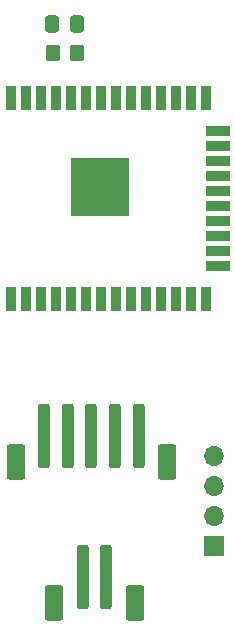
<source format=gbs>
G04 #@! TF.GenerationSoftware,KiCad,Pcbnew,(6.0.5)*
G04 #@! TF.CreationDate,2022-05-11T01:06:37+02:00*
G04 #@! TF.ProjectId,HighBong_V2,48696768-426f-46e6-975f-56322e6b6963,rev?*
G04 #@! TF.SameCoordinates,Original*
G04 #@! TF.FileFunction,Soldermask,Bot*
G04 #@! TF.FilePolarity,Negative*
%FSLAX46Y46*%
G04 Gerber Fmt 4.6, Leading zero omitted, Abs format (unit mm)*
G04 Created by KiCad (PCBNEW (6.0.5)) date 2022-05-11 01:06:37*
%MOMM*%
%LPD*%
G01*
G04 APERTURE LIST*
G04 Aperture macros list*
%AMRoundRect*
0 Rectangle with rounded corners*
0 $1 Rounding radius*
0 $2 $3 $4 $5 $6 $7 $8 $9 X,Y pos of 4 corners*
0 Add a 4 corners polygon primitive as box body*
4,1,4,$2,$3,$4,$5,$6,$7,$8,$9,$2,$3,0*
0 Add four circle primitives for the rounded corners*
1,1,$1+$1,$2,$3*
1,1,$1+$1,$4,$5*
1,1,$1+$1,$6,$7*
1,1,$1+$1,$8,$9*
0 Add four rect primitives between the rounded corners*
20,1,$1+$1,$2,$3,$4,$5,0*
20,1,$1+$1,$4,$5,$6,$7,0*
20,1,$1+$1,$6,$7,$8,$9,0*
20,1,$1+$1,$8,$9,$2,$3,0*%
G04 Aperture macros list end*
%ADD10R,1.700000X1.700000*%
%ADD11O,1.700000X1.700000*%
%ADD12RoundRect,0.250000X-0.250000X-2.500000X0.250000X-2.500000X0.250000X2.500000X-0.250000X2.500000X0*%
%ADD13RoundRect,0.250000X-0.550000X-1.250000X0.550000X-1.250000X0.550000X1.250000X-0.550000X1.250000X0*%
%ADD14RoundRect,0.250000X0.337500X0.475000X-0.337500X0.475000X-0.337500X-0.475000X0.337500X-0.475000X0*%
%ADD15RoundRect,0.250000X-0.350000X-0.450000X0.350000X-0.450000X0.350000X0.450000X-0.350000X0.450000X0*%
%ADD16R,0.900000X2.000000*%
%ADD17R,2.000000X0.900000*%
%ADD18R,5.000000X5.000000*%
G04 APERTURE END LIST*
D10*
X122174000Y-146802000D03*
D11*
X122174000Y-144262000D03*
X122174000Y-141722000D03*
X122174000Y-139182000D03*
D12*
X107760000Y-137422000D03*
X109760000Y-137422000D03*
X111760000Y-137422000D03*
X113760000Y-137422000D03*
X115760000Y-137422000D03*
D13*
X118160000Y-139672000D03*
X105360000Y-139672000D03*
D14*
X110511500Y-102565200D03*
X108436500Y-102565200D03*
D15*
X108499400Y-105003600D03*
X110499400Y-105003600D03*
D12*
X111014000Y-149360000D03*
X113014000Y-149360000D03*
D13*
X115414000Y-151610000D03*
X108614000Y-151610000D03*
D16*
X104945000Y-108848000D03*
X106215000Y-108848000D03*
X107485000Y-108848000D03*
X108755000Y-108848000D03*
X110025000Y-108848000D03*
X111295000Y-108848000D03*
X112565000Y-108848000D03*
X113835000Y-108848000D03*
X115105000Y-108848000D03*
X116375000Y-108848000D03*
X117645000Y-108848000D03*
X118915000Y-108848000D03*
X120185000Y-108848000D03*
X121455000Y-108848000D03*
D17*
X122455000Y-111633000D03*
X122455000Y-112903000D03*
X122455000Y-114173000D03*
X122455000Y-115443000D03*
X122455000Y-116713000D03*
X122455000Y-117983000D03*
X122455000Y-119253000D03*
X122455000Y-120523000D03*
X122455000Y-121793000D03*
X122455000Y-123063000D03*
D16*
X121455000Y-125848000D03*
X120185000Y-125848000D03*
X118915000Y-125848000D03*
X117645000Y-125848000D03*
X116375000Y-125848000D03*
X115105000Y-125848000D03*
X113835000Y-125848000D03*
X112565000Y-125848000D03*
X111295000Y-125848000D03*
X110025000Y-125848000D03*
X108755000Y-125848000D03*
X107485000Y-125848000D03*
X106215000Y-125848000D03*
X104945000Y-125848000D03*
D18*
X112445000Y-116348000D03*
M02*

</source>
